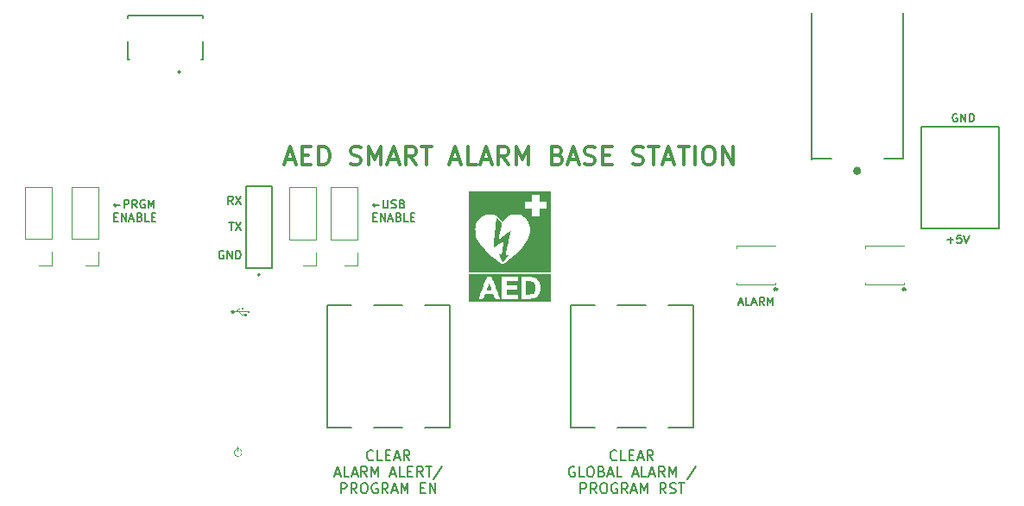
<source format=gto>
G04 #@! TF.GenerationSoftware,KiCad,Pcbnew,(6.0.7)*
G04 #@! TF.CreationDate,2023-03-18T00:07:20-06:00*
G04 #@! TF.ProjectId,Base Station,42617365-2053-4746-9174-696f6e2e6b69,1.2*
G04 #@! TF.SameCoordinates,Original*
G04 #@! TF.FileFunction,Legend,Top*
G04 #@! TF.FilePolarity,Positive*
%FSLAX46Y46*%
G04 Gerber Fmt 4.6, Leading zero omitted, Abs format (unit mm)*
G04 Created by KiCad (PCBNEW (6.0.7)) date 2023-03-18 00:07:20*
%MOMM*%
%LPD*%
G01*
G04 APERTURE LIST*
%ADD10C,0.150000*%
%ADD11C,0.300000*%
%ADD12C,0.120000*%
%ADD13C,0.127000*%
%ADD14C,0.400000*%
%ADD15C,0.200000*%
%ADD16C,0.000100*%
%ADD17C,7.000000*%
%ADD18R,0.495300X0.812800*%
%ADD19R,0.863600X0.812800*%
%ADD20R,1.193800X0.711200*%
%ADD21R,1.600000X1.550000*%
%ADD22O,5.000000X2.500000*%
%ADD23O,4.500000X2.250000*%
%ADD24R,0.400000X1.350000*%
%ADD25O,0.775000X1.550000*%
%ADD26O,1.300000X0.650000*%
%ADD27R,1.500000X1.550000*%
%ADD28R,1.605000X1.605000*%
%ADD29R,1.700000X1.700000*%
%ADD30O,1.700000X1.700000*%
%ADD31R,1.950000X1.950000*%
%ADD32C,1.950000*%
G04 APERTURE END LIST*
D10*
X140763809Y-121175142D02*
X140716190Y-121222761D01*
X140573333Y-121270380D01*
X140478095Y-121270380D01*
X140335238Y-121222761D01*
X140240000Y-121127523D01*
X140192380Y-121032285D01*
X140144761Y-120841809D01*
X140144761Y-120698952D01*
X140192380Y-120508476D01*
X140240000Y-120413238D01*
X140335238Y-120318000D01*
X140478095Y-120270380D01*
X140573333Y-120270380D01*
X140716190Y-120318000D01*
X140763809Y-120365619D01*
X141668571Y-121270380D02*
X141192380Y-121270380D01*
X141192380Y-120270380D01*
X142001904Y-120746571D02*
X142335238Y-120746571D01*
X142478095Y-121270380D02*
X142001904Y-121270380D01*
X142001904Y-120270380D01*
X142478095Y-120270380D01*
X142859047Y-120984666D02*
X143335238Y-120984666D01*
X142763809Y-121270380D02*
X143097142Y-120270380D01*
X143430476Y-121270380D01*
X144335238Y-121270380D02*
X144001904Y-120794190D01*
X143763809Y-121270380D02*
X143763809Y-120270380D01*
X144144761Y-120270380D01*
X144240000Y-120318000D01*
X144287619Y-120365619D01*
X144335238Y-120460857D01*
X144335238Y-120603714D01*
X144287619Y-120698952D01*
X144240000Y-120746571D01*
X144144761Y-120794190D01*
X143763809Y-120794190D01*
X137025714Y-122594666D02*
X137501904Y-122594666D01*
X136930476Y-122880380D02*
X137263809Y-121880380D01*
X137597142Y-122880380D01*
X138406666Y-122880380D02*
X137930476Y-122880380D01*
X137930476Y-121880380D01*
X138692380Y-122594666D02*
X139168571Y-122594666D01*
X138597142Y-122880380D02*
X138930476Y-121880380D01*
X139263809Y-122880380D01*
X140168571Y-122880380D02*
X139835238Y-122404190D01*
X139597142Y-122880380D02*
X139597142Y-121880380D01*
X139978095Y-121880380D01*
X140073333Y-121928000D01*
X140120952Y-121975619D01*
X140168571Y-122070857D01*
X140168571Y-122213714D01*
X140120952Y-122308952D01*
X140073333Y-122356571D01*
X139978095Y-122404190D01*
X139597142Y-122404190D01*
X140597142Y-122880380D02*
X140597142Y-121880380D01*
X140930476Y-122594666D01*
X141263809Y-121880380D01*
X141263809Y-122880380D01*
X142454285Y-122594666D02*
X142930476Y-122594666D01*
X142359047Y-122880380D02*
X142692380Y-121880380D01*
X143025714Y-122880380D01*
X143835238Y-122880380D02*
X143359047Y-122880380D01*
X143359047Y-121880380D01*
X144168571Y-122356571D02*
X144501904Y-122356571D01*
X144644761Y-122880380D02*
X144168571Y-122880380D01*
X144168571Y-121880380D01*
X144644761Y-121880380D01*
X145644761Y-122880380D02*
X145311428Y-122404190D01*
X145073333Y-122880380D02*
X145073333Y-121880380D01*
X145454285Y-121880380D01*
X145549523Y-121928000D01*
X145597142Y-121975619D01*
X145644761Y-122070857D01*
X145644761Y-122213714D01*
X145597142Y-122308952D01*
X145549523Y-122356571D01*
X145454285Y-122404190D01*
X145073333Y-122404190D01*
X145930476Y-121880380D02*
X146501904Y-121880380D01*
X146216190Y-122880380D02*
X146216190Y-121880380D01*
X147549523Y-121832761D02*
X146692380Y-123118476D01*
X137597142Y-124490380D02*
X137597142Y-123490380D01*
X137978095Y-123490380D01*
X138073333Y-123538000D01*
X138120952Y-123585619D01*
X138168571Y-123680857D01*
X138168571Y-123823714D01*
X138120952Y-123918952D01*
X138073333Y-123966571D01*
X137978095Y-124014190D01*
X137597142Y-124014190D01*
X139168571Y-124490380D02*
X138835238Y-124014190D01*
X138597142Y-124490380D02*
X138597142Y-123490380D01*
X138978095Y-123490380D01*
X139073333Y-123538000D01*
X139120952Y-123585619D01*
X139168571Y-123680857D01*
X139168571Y-123823714D01*
X139120952Y-123918952D01*
X139073333Y-123966571D01*
X138978095Y-124014190D01*
X138597142Y-124014190D01*
X139787619Y-123490380D02*
X139978095Y-123490380D01*
X140073333Y-123538000D01*
X140168571Y-123633238D01*
X140216190Y-123823714D01*
X140216190Y-124157047D01*
X140168571Y-124347523D01*
X140073333Y-124442761D01*
X139978095Y-124490380D01*
X139787619Y-124490380D01*
X139692380Y-124442761D01*
X139597142Y-124347523D01*
X139549523Y-124157047D01*
X139549523Y-123823714D01*
X139597142Y-123633238D01*
X139692380Y-123538000D01*
X139787619Y-123490380D01*
X141168571Y-123538000D02*
X141073333Y-123490380D01*
X140930476Y-123490380D01*
X140787619Y-123538000D01*
X140692380Y-123633238D01*
X140644761Y-123728476D01*
X140597142Y-123918952D01*
X140597142Y-124061809D01*
X140644761Y-124252285D01*
X140692380Y-124347523D01*
X140787619Y-124442761D01*
X140930476Y-124490380D01*
X141025714Y-124490380D01*
X141168571Y-124442761D01*
X141216190Y-124395142D01*
X141216190Y-124061809D01*
X141025714Y-124061809D01*
X142216190Y-124490380D02*
X141882857Y-124014190D01*
X141644761Y-124490380D02*
X141644761Y-123490380D01*
X142025714Y-123490380D01*
X142120952Y-123538000D01*
X142168571Y-123585619D01*
X142216190Y-123680857D01*
X142216190Y-123823714D01*
X142168571Y-123918952D01*
X142120952Y-123966571D01*
X142025714Y-124014190D01*
X141644761Y-124014190D01*
X142597142Y-124204666D02*
X143073333Y-124204666D01*
X142501904Y-124490380D02*
X142835238Y-123490380D01*
X143168571Y-124490380D01*
X143501904Y-124490380D02*
X143501904Y-123490380D01*
X143835238Y-124204666D01*
X144168571Y-123490380D01*
X144168571Y-124490380D01*
X145406666Y-123966571D02*
X145740000Y-123966571D01*
X145882857Y-124490380D02*
X145406666Y-124490380D01*
X145406666Y-123490380D01*
X145882857Y-123490380D01*
X146311428Y-124490380D02*
X146311428Y-123490380D01*
X146882857Y-124490380D01*
X146882857Y-123490380D01*
X197044880Y-99625142D02*
X197654404Y-99625142D01*
X197349642Y-99929904D02*
X197349642Y-99320380D01*
X198416309Y-99129904D02*
X198035357Y-99129904D01*
X197997261Y-99510857D01*
X198035357Y-99472761D01*
X198111547Y-99434666D01*
X198302023Y-99434666D01*
X198378214Y-99472761D01*
X198416309Y-99510857D01*
X198454404Y-99587047D01*
X198454404Y-99777523D01*
X198416309Y-99853714D01*
X198378214Y-99891809D01*
X198302023Y-99929904D01*
X198111547Y-99929904D01*
X198035357Y-99891809D01*
X197997261Y-99853714D01*
X198682976Y-99129904D02*
X198949642Y-99929904D01*
X199216309Y-99129904D01*
X176593714Y-105797333D02*
X176974666Y-105797333D01*
X176517523Y-106025904D02*
X176784190Y-105225904D01*
X177050857Y-106025904D01*
X177698476Y-106025904D02*
X177317523Y-106025904D01*
X177317523Y-105225904D01*
X177927047Y-105797333D02*
X178308000Y-105797333D01*
X177850857Y-106025904D02*
X178117523Y-105225904D01*
X178384190Y-106025904D01*
X179108000Y-106025904D02*
X178841333Y-105644952D01*
X178650857Y-106025904D02*
X178650857Y-105225904D01*
X178955619Y-105225904D01*
X179031809Y-105264000D01*
X179069904Y-105302095D01*
X179108000Y-105378285D01*
X179108000Y-105492571D01*
X179069904Y-105568761D01*
X179031809Y-105606857D01*
X178955619Y-105644952D01*
X178650857Y-105644952D01*
X179450857Y-106025904D02*
X179450857Y-105225904D01*
X179717523Y-105797333D01*
X179984190Y-105225904D01*
X179984190Y-106025904D01*
X198018476Y-87230000D02*
X197942285Y-87191904D01*
X197828000Y-87191904D01*
X197713714Y-87230000D01*
X197637523Y-87306190D01*
X197599428Y-87382380D01*
X197561333Y-87534761D01*
X197561333Y-87649047D01*
X197599428Y-87801428D01*
X197637523Y-87877619D01*
X197713714Y-87953809D01*
X197828000Y-87991904D01*
X197904190Y-87991904D01*
X198018476Y-87953809D01*
X198056571Y-87915714D01*
X198056571Y-87649047D01*
X197904190Y-87649047D01*
X198399428Y-87991904D02*
X198399428Y-87191904D01*
X198856571Y-87991904D01*
X198856571Y-87191904D01*
X199237523Y-87991904D02*
X199237523Y-87191904D01*
X199428000Y-87191904D01*
X199542285Y-87230000D01*
X199618476Y-87306190D01*
X199656571Y-87382380D01*
X199694666Y-87534761D01*
X199694666Y-87649047D01*
X199656571Y-87801428D01*
X199618476Y-87877619D01*
X199542285Y-87953809D01*
X199428000Y-87991904D01*
X199237523Y-87991904D01*
X115959500Y-96187142D02*
X115349976Y-96187142D01*
X115502357Y-96339523D02*
X115349976Y-96187142D01*
X115502357Y-96034761D01*
X116340452Y-96491904D02*
X116340452Y-95691904D01*
X116645214Y-95691904D01*
X116721404Y-95730000D01*
X116759500Y-95768095D01*
X116797595Y-95844285D01*
X116797595Y-95958571D01*
X116759500Y-96034761D01*
X116721404Y-96072857D01*
X116645214Y-96110952D01*
X116340452Y-96110952D01*
X117597595Y-96491904D02*
X117330928Y-96110952D01*
X117140452Y-96491904D02*
X117140452Y-95691904D01*
X117445214Y-95691904D01*
X117521404Y-95730000D01*
X117559500Y-95768095D01*
X117597595Y-95844285D01*
X117597595Y-95958571D01*
X117559500Y-96034761D01*
X117521404Y-96072857D01*
X117445214Y-96110952D01*
X117140452Y-96110952D01*
X118359500Y-95730000D02*
X118283309Y-95691904D01*
X118169023Y-95691904D01*
X118054738Y-95730000D01*
X117978547Y-95806190D01*
X117940452Y-95882380D01*
X117902357Y-96034761D01*
X117902357Y-96149047D01*
X117940452Y-96301428D01*
X117978547Y-96377619D01*
X118054738Y-96453809D01*
X118169023Y-96491904D01*
X118245214Y-96491904D01*
X118359500Y-96453809D01*
X118397595Y-96415714D01*
X118397595Y-96149047D01*
X118245214Y-96149047D01*
X118740452Y-96491904D02*
X118740452Y-95691904D01*
X119007119Y-96263333D01*
X119273785Y-95691904D01*
X119273785Y-96491904D01*
X115349976Y-97360857D02*
X115616642Y-97360857D01*
X115730928Y-97779904D02*
X115349976Y-97779904D01*
X115349976Y-96979904D01*
X115730928Y-96979904D01*
X116073785Y-97779904D02*
X116073785Y-96979904D01*
X116530928Y-97779904D01*
X116530928Y-96979904D01*
X116873785Y-97551333D02*
X117254738Y-97551333D01*
X116797595Y-97779904D02*
X117064261Y-96979904D01*
X117330928Y-97779904D01*
X117864261Y-97360857D02*
X117978547Y-97398952D01*
X118016642Y-97437047D01*
X118054738Y-97513238D01*
X118054738Y-97627523D01*
X118016642Y-97703714D01*
X117978547Y-97741809D01*
X117902357Y-97779904D01*
X117597595Y-97779904D01*
X117597595Y-96979904D01*
X117864261Y-96979904D01*
X117940452Y-97018000D01*
X117978547Y-97056095D01*
X118016642Y-97132285D01*
X118016642Y-97208476D01*
X117978547Y-97284666D01*
X117940452Y-97322761D01*
X117864261Y-97360857D01*
X117597595Y-97360857D01*
X118778547Y-97779904D02*
X118397595Y-97779904D01*
X118397595Y-96979904D01*
X119045214Y-97360857D02*
X119311880Y-97360857D01*
X119426166Y-97779904D02*
X119045214Y-97779904D01*
X119045214Y-96979904D01*
X119426166Y-96979904D01*
D11*
X132192285Y-91740000D02*
X133049428Y-91740000D01*
X132020857Y-92254285D02*
X132620857Y-90454285D01*
X133220857Y-92254285D01*
X133820857Y-91311428D02*
X134420857Y-91311428D01*
X134678000Y-92254285D02*
X133820857Y-92254285D01*
X133820857Y-90454285D01*
X134678000Y-90454285D01*
X135449428Y-92254285D02*
X135449428Y-90454285D01*
X135878000Y-90454285D01*
X136135142Y-90540000D01*
X136306571Y-90711428D01*
X136392285Y-90882857D01*
X136478000Y-91225714D01*
X136478000Y-91482857D01*
X136392285Y-91825714D01*
X136306571Y-91997142D01*
X136135142Y-92168571D01*
X135878000Y-92254285D01*
X135449428Y-92254285D01*
X138535142Y-92168571D02*
X138792285Y-92254285D01*
X139220857Y-92254285D01*
X139392285Y-92168571D01*
X139478000Y-92082857D01*
X139563714Y-91911428D01*
X139563714Y-91740000D01*
X139478000Y-91568571D01*
X139392285Y-91482857D01*
X139220857Y-91397142D01*
X138878000Y-91311428D01*
X138706571Y-91225714D01*
X138620857Y-91140000D01*
X138535142Y-90968571D01*
X138535142Y-90797142D01*
X138620857Y-90625714D01*
X138706571Y-90540000D01*
X138878000Y-90454285D01*
X139306571Y-90454285D01*
X139563714Y-90540000D01*
X140335142Y-92254285D02*
X140335142Y-90454285D01*
X140935142Y-91740000D01*
X141535142Y-90454285D01*
X141535142Y-92254285D01*
X142306571Y-91740000D02*
X143163714Y-91740000D01*
X142135142Y-92254285D02*
X142735142Y-90454285D01*
X143335142Y-92254285D01*
X144963714Y-92254285D02*
X144363714Y-91397142D01*
X143935142Y-92254285D02*
X143935142Y-90454285D01*
X144620857Y-90454285D01*
X144792285Y-90540000D01*
X144878000Y-90625714D01*
X144963714Y-90797142D01*
X144963714Y-91054285D01*
X144878000Y-91225714D01*
X144792285Y-91311428D01*
X144620857Y-91397142D01*
X143935142Y-91397142D01*
X145478000Y-90454285D02*
X146506571Y-90454285D01*
X145992285Y-92254285D02*
X145992285Y-90454285D01*
X148392285Y-91740000D02*
X149249428Y-91740000D01*
X148220857Y-92254285D02*
X148820857Y-90454285D01*
X149420857Y-92254285D01*
X150878000Y-92254285D02*
X150020857Y-92254285D01*
X150020857Y-90454285D01*
X151392285Y-91740000D02*
X152249428Y-91740000D01*
X151220857Y-92254285D02*
X151820857Y-90454285D01*
X152420857Y-92254285D01*
X154049428Y-92254285D02*
X153449428Y-91397142D01*
X153020857Y-92254285D02*
X153020857Y-90454285D01*
X153706571Y-90454285D01*
X153878000Y-90540000D01*
X153963714Y-90625714D01*
X154049428Y-90797142D01*
X154049428Y-91054285D01*
X153963714Y-91225714D01*
X153878000Y-91311428D01*
X153706571Y-91397142D01*
X153020857Y-91397142D01*
X154820857Y-92254285D02*
X154820857Y-90454285D01*
X155420857Y-91740000D01*
X156020857Y-90454285D01*
X156020857Y-92254285D01*
X158849428Y-91311428D02*
X159106571Y-91397142D01*
X159192285Y-91482857D01*
X159278000Y-91654285D01*
X159278000Y-91911428D01*
X159192285Y-92082857D01*
X159106571Y-92168571D01*
X158935142Y-92254285D01*
X158249428Y-92254285D01*
X158249428Y-90454285D01*
X158849428Y-90454285D01*
X159020857Y-90540000D01*
X159106571Y-90625714D01*
X159192285Y-90797142D01*
X159192285Y-90968571D01*
X159106571Y-91140000D01*
X159020857Y-91225714D01*
X158849428Y-91311428D01*
X158249428Y-91311428D01*
X159963714Y-91740000D02*
X160820857Y-91740000D01*
X159792285Y-92254285D02*
X160392285Y-90454285D01*
X160992285Y-92254285D01*
X161506571Y-92168571D02*
X161763714Y-92254285D01*
X162192285Y-92254285D01*
X162363714Y-92168571D01*
X162449428Y-92082857D01*
X162535142Y-91911428D01*
X162535142Y-91740000D01*
X162449428Y-91568571D01*
X162363714Y-91482857D01*
X162192285Y-91397142D01*
X161849428Y-91311428D01*
X161678000Y-91225714D01*
X161592285Y-91140000D01*
X161506571Y-90968571D01*
X161506571Y-90797142D01*
X161592285Y-90625714D01*
X161678000Y-90540000D01*
X161849428Y-90454285D01*
X162278000Y-90454285D01*
X162535142Y-90540000D01*
X163306571Y-91311428D02*
X163906571Y-91311428D01*
X164163714Y-92254285D02*
X163306571Y-92254285D01*
X163306571Y-90454285D01*
X164163714Y-90454285D01*
X166220857Y-92168571D02*
X166478000Y-92254285D01*
X166906571Y-92254285D01*
X167078000Y-92168571D01*
X167163714Y-92082857D01*
X167249428Y-91911428D01*
X167249428Y-91740000D01*
X167163714Y-91568571D01*
X167078000Y-91482857D01*
X166906571Y-91397142D01*
X166563714Y-91311428D01*
X166392285Y-91225714D01*
X166306571Y-91140000D01*
X166220857Y-90968571D01*
X166220857Y-90797142D01*
X166306571Y-90625714D01*
X166392285Y-90540000D01*
X166563714Y-90454285D01*
X166992285Y-90454285D01*
X167249428Y-90540000D01*
X167763714Y-90454285D02*
X168792285Y-90454285D01*
X168278000Y-92254285D02*
X168278000Y-90454285D01*
X169306571Y-91740000D02*
X170163714Y-91740000D01*
X169135142Y-92254285D02*
X169735142Y-90454285D01*
X170335142Y-92254285D01*
X170678000Y-90454285D02*
X171706571Y-90454285D01*
X171192285Y-92254285D02*
X171192285Y-90454285D01*
X172306571Y-92254285D02*
X172306571Y-90454285D01*
X173506571Y-90454285D02*
X173849428Y-90454285D01*
X174020857Y-90540000D01*
X174192285Y-90711428D01*
X174278000Y-91054285D01*
X174278000Y-91654285D01*
X174192285Y-91997142D01*
X174020857Y-92168571D01*
X173849428Y-92254285D01*
X173506571Y-92254285D01*
X173335142Y-92168571D01*
X173163714Y-91997142D01*
X173078000Y-91654285D01*
X173078000Y-91054285D01*
X173163714Y-90711428D01*
X173335142Y-90540000D01*
X173506571Y-90454285D01*
X175049428Y-92254285D02*
X175049428Y-90454285D01*
X176078000Y-92254285D01*
X176078000Y-90454285D01*
D10*
X126623261Y-97859904D02*
X127080404Y-97859904D01*
X126851833Y-98659904D02*
X126851833Y-97859904D01*
X127270880Y-97859904D02*
X127804214Y-98659904D01*
X127804214Y-97859904D02*
X127270880Y-98659904D01*
X126089928Y-100692000D02*
X126013738Y-100653904D01*
X125899452Y-100653904D01*
X125785166Y-100692000D01*
X125708976Y-100768190D01*
X125670880Y-100844380D01*
X125632785Y-100996761D01*
X125632785Y-101111047D01*
X125670880Y-101263428D01*
X125708976Y-101339619D01*
X125785166Y-101415809D01*
X125899452Y-101453904D01*
X125975642Y-101453904D01*
X126089928Y-101415809D01*
X126128023Y-101377714D01*
X126128023Y-101111047D01*
X125975642Y-101111047D01*
X126470880Y-101453904D02*
X126470880Y-100653904D01*
X126928023Y-101453904D01*
X126928023Y-100653904D01*
X127308976Y-101453904D02*
X127308976Y-100653904D01*
X127499452Y-100653904D01*
X127613738Y-100692000D01*
X127689928Y-100768190D01*
X127728023Y-100844380D01*
X127766119Y-100996761D01*
X127766119Y-101111047D01*
X127728023Y-101263428D01*
X127689928Y-101339619D01*
X127613738Y-101415809D01*
X127499452Y-101453904D01*
X127308976Y-101453904D01*
X141359500Y-96187142D02*
X140749976Y-96187142D01*
X140902357Y-96339523D02*
X140749976Y-96187142D01*
X140902357Y-96034761D01*
X141740452Y-95691904D02*
X141740452Y-96339523D01*
X141778547Y-96415714D01*
X141816642Y-96453809D01*
X141892833Y-96491904D01*
X142045214Y-96491904D01*
X142121404Y-96453809D01*
X142159500Y-96415714D01*
X142197595Y-96339523D01*
X142197595Y-95691904D01*
X142540452Y-96453809D02*
X142654738Y-96491904D01*
X142845214Y-96491904D01*
X142921404Y-96453809D01*
X142959500Y-96415714D01*
X142997595Y-96339523D01*
X142997595Y-96263333D01*
X142959500Y-96187142D01*
X142921404Y-96149047D01*
X142845214Y-96110952D01*
X142692833Y-96072857D01*
X142616642Y-96034761D01*
X142578547Y-95996666D01*
X142540452Y-95920476D01*
X142540452Y-95844285D01*
X142578547Y-95768095D01*
X142616642Y-95730000D01*
X142692833Y-95691904D01*
X142883309Y-95691904D01*
X142997595Y-95730000D01*
X143607119Y-96072857D02*
X143721404Y-96110952D01*
X143759500Y-96149047D01*
X143797595Y-96225238D01*
X143797595Y-96339523D01*
X143759500Y-96415714D01*
X143721404Y-96453809D01*
X143645214Y-96491904D01*
X143340452Y-96491904D01*
X143340452Y-95691904D01*
X143607119Y-95691904D01*
X143683309Y-95730000D01*
X143721404Y-95768095D01*
X143759500Y-95844285D01*
X143759500Y-95920476D01*
X143721404Y-95996666D01*
X143683309Y-96034761D01*
X143607119Y-96072857D01*
X143340452Y-96072857D01*
X140749976Y-97360857D02*
X141016642Y-97360857D01*
X141130928Y-97779904D02*
X140749976Y-97779904D01*
X140749976Y-96979904D01*
X141130928Y-96979904D01*
X141473785Y-97779904D02*
X141473785Y-96979904D01*
X141930928Y-97779904D01*
X141930928Y-96979904D01*
X142273785Y-97551333D02*
X142654738Y-97551333D01*
X142197595Y-97779904D02*
X142464261Y-96979904D01*
X142730928Y-97779904D01*
X143264261Y-97360857D02*
X143378547Y-97398952D01*
X143416642Y-97437047D01*
X143454738Y-97513238D01*
X143454738Y-97627523D01*
X143416642Y-97703714D01*
X143378547Y-97741809D01*
X143302357Y-97779904D01*
X142997595Y-97779904D01*
X142997595Y-96979904D01*
X143264261Y-96979904D01*
X143340452Y-97018000D01*
X143378547Y-97056095D01*
X143416642Y-97132285D01*
X143416642Y-97208476D01*
X143378547Y-97284666D01*
X143340452Y-97322761D01*
X143264261Y-97360857D01*
X142997595Y-97360857D01*
X144178547Y-97779904D02*
X143797595Y-97779904D01*
X143797595Y-96979904D01*
X144445214Y-97360857D02*
X144711880Y-97360857D01*
X144826166Y-97779904D02*
X144445214Y-97779904D01*
X144445214Y-96979904D01*
X144826166Y-96979904D01*
X164639809Y-121175142D02*
X164592190Y-121222761D01*
X164449333Y-121270380D01*
X164354095Y-121270380D01*
X164211238Y-121222761D01*
X164116000Y-121127523D01*
X164068380Y-121032285D01*
X164020761Y-120841809D01*
X164020761Y-120698952D01*
X164068380Y-120508476D01*
X164116000Y-120413238D01*
X164211238Y-120318000D01*
X164354095Y-120270380D01*
X164449333Y-120270380D01*
X164592190Y-120318000D01*
X164639809Y-120365619D01*
X165544571Y-121270380D02*
X165068380Y-121270380D01*
X165068380Y-120270380D01*
X165877904Y-120746571D02*
X166211238Y-120746571D01*
X166354095Y-121270380D02*
X165877904Y-121270380D01*
X165877904Y-120270380D01*
X166354095Y-120270380D01*
X166735047Y-120984666D02*
X167211238Y-120984666D01*
X166639809Y-121270380D02*
X166973142Y-120270380D01*
X167306476Y-121270380D01*
X168211238Y-121270380D02*
X167877904Y-120794190D01*
X167639809Y-121270380D02*
X167639809Y-120270380D01*
X168020761Y-120270380D01*
X168116000Y-120318000D01*
X168163619Y-120365619D01*
X168211238Y-120460857D01*
X168211238Y-120603714D01*
X168163619Y-120698952D01*
X168116000Y-120746571D01*
X168020761Y-120794190D01*
X167639809Y-120794190D01*
X160496952Y-121928000D02*
X160401714Y-121880380D01*
X160258857Y-121880380D01*
X160116000Y-121928000D01*
X160020761Y-122023238D01*
X159973142Y-122118476D01*
X159925523Y-122308952D01*
X159925523Y-122451809D01*
X159973142Y-122642285D01*
X160020761Y-122737523D01*
X160116000Y-122832761D01*
X160258857Y-122880380D01*
X160354095Y-122880380D01*
X160496952Y-122832761D01*
X160544571Y-122785142D01*
X160544571Y-122451809D01*
X160354095Y-122451809D01*
X161449333Y-122880380D02*
X160973142Y-122880380D01*
X160973142Y-121880380D01*
X161973142Y-121880380D02*
X162163619Y-121880380D01*
X162258857Y-121928000D01*
X162354095Y-122023238D01*
X162401714Y-122213714D01*
X162401714Y-122547047D01*
X162354095Y-122737523D01*
X162258857Y-122832761D01*
X162163619Y-122880380D01*
X161973142Y-122880380D01*
X161877904Y-122832761D01*
X161782666Y-122737523D01*
X161735047Y-122547047D01*
X161735047Y-122213714D01*
X161782666Y-122023238D01*
X161877904Y-121928000D01*
X161973142Y-121880380D01*
X163163619Y-122356571D02*
X163306476Y-122404190D01*
X163354095Y-122451809D01*
X163401714Y-122547047D01*
X163401714Y-122689904D01*
X163354095Y-122785142D01*
X163306476Y-122832761D01*
X163211238Y-122880380D01*
X162830285Y-122880380D01*
X162830285Y-121880380D01*
X163163619Y-121880380D01*
X163258857Y-121928000D01*
X163306476Y-121975619D01*
X163354095Y-122070857D01*
X163354095Y-122166095D01*
X163306476Y-122261333D01*
X163258857Y-122308952D01*
X163163619Y-122356571D01*
X162830285Y-122356571D01*
X163782666Y-122594666D02*
X164258857Y-122594666D01*
X163687428Y-122880380D02*
X164020761Y-121880380D01*
X164354095Y-122880380D01*
X165163619Y-122880380D02*
X164687428Y-122880380D01*
X164687428Y-121880380D01*
X166211238Y-122594666D02*
X166687428Y-122594666D01*
X166116000Y-122880380D02*
X166449333Y-121880380D01*
X166782666Y-122880380D01*
X167592190Y-122880380D02*
X167116000Y-122880380D01*
X167116000Y-121880380D01*
X167877904Y-122594666D02*
X168354095Y-122594666D01*
X167782666Y-122880380D02*
X168116000Y-121880380D01*
X168449333Y-122880380D01*
X169354095Y-122880380D02*
X169020761Y-122404190D01*
X168782666Y-122880380D02*
X168782666Y-121880380D01*
X169163619Y-121880380D01*
X169258857Y-121928000D01*
X169306476Y-121975619D01*
X169354095Y-122070857D01*
X169354095Y-122213714D01*
X169306476Y-122308952D01*
X169258857Y-122356571D01*
X169163619Y-122404190D01*
X168782666Y-122404190D01*
X169782666Y-122880380D02*
X169782666Y-121880380D01*
X170116000Y-122594666D01*
X170449333Y-121880380D01*
X170449333Y-122880380D01*
X172401714Y-121832761D02*
X171544571Y-123118476D01*
X161092190Y-124490380D02*
X161092190Y-123490380D01*
X161473142Y-123490380D01*
X161568380Y-123538000D01*
X161616000Y-123585619D01*
X161663619Y-123680857D01*
X161663619Y-123823714D01*
X161616000Y-123918952D01*
X161568380Y-123966571D01*
X161473142Y-124014190D01*
X161092190Y-124014190D01*
X162663619Y-124490380D02*
X162330285Y-124014190D01*
X162092190Y-124490380D02*
X162092190Y-123490380D01*
X162473142Y-123490380D01*
X162568380Y-123538000D01*
X162616000Y-123585619D01*
X162663619Y-123680857D01*
X162663619Y-123823714D01*
X162616000Y-123918952D01*
X162568380Y-123966571D01*
X162473142Y-124014190D01*
X162092190Y-124014190D01*
X163282666Y-123490380D02*
X163473142Y-123490380D01*
X163568380Y-123538000D01*
X163663619Y-123633238D01*
X163711238Y-123823714D01*
X163711238Y-124157047D01*
X163663619Y-124347523D01*
X163568380Y-124442761D01*
X163473142Y-124490380D01*
X163282666Y-124490380D01*
X163187428Y-124442761D01*
X163092190Y-124347523D01*
X163044571Y-124157047D01*
X163044571Y-123823714D01*
X163092190Y-123633238D01*
X163187428Y-123538000D01*
X163282666Y-123490380D01*
X164663619Y-123538000D02*
X164568380Y-123490380D01*
X164425523Y-123490380D01*
X164282666Y-123538000D01*
X164187428Y-123633238D01*
X164139809Y-123728476D01*
X164092190Y-123918952D01*
X164092190Y-124061809D01*
X164139809Y-124252285D01*
X164187428Y-124347523D01*
X164282666Y-124442761D01*
X164425523Y-124490380D01*
X164520761Y-124490380D01*
X164663619Y-124442761D01*
X164711238Y-124395142D01*
X164711238Y-124061809D01*
X164520761Y-124061809D01*
X165711238Y-124490380D02*
X165377904Y-124014190D01*
X165139809Y-124490380D02*
X165139809Y-123490380D01*
X165520761Y-123490380D01*
X165616000Y-123538000D01*
X165663619Y-123585619D01*
X165711238Y-123680857D01*
X165711238Y-123823714D01*
X165663619Y-123918952D01*
X165616000Y-123966571D01*
X165520761Y-124014190D01*
X165139809Y-124014190D01*
X166092190Y-124204666D02*
X166568380Y-124204666D01*
X165996952Y-124490380D02*
X166330285Y-123490380D01*
X166663619Y-124490380D01*
X166996952Y-124490380D02*
X166996952Y-123490380D01*
X167330285Y-124204666D01*
X167663619Y-123490380D01*
X167663619Y-124490380D01*
X169473142Y-124490380D02*
X169139809Y-124014190D01*
X168901714Y-124490380D02*
X168901714Y-123490380D01*
X169282666Y-123490380D01*
X169377904Y-123538000D01*
X169425523Y-123585619D01*
X169473142Y-123680857D01*
X169473142Y-123823714D01*
X169425523Y-123918952D01*
X169377904Y-123966571D01*
X169282666Y-124014190D01*
X168901714Y-124014190D01*
X169854095Y-124442761D02*
X169996952Y-124490380D01*
X170235047Y-124490380D01*
X170330285Y-124442761D01*
X170377904Y-124395142D01*
X170425523Y-124299904D01*
X170425523Y-124204666D01*
X170377904Y-124109428D01*
X170330285Y-124061809D01*
X170235047Y-124014190D01*
X170044571Y-123966571D01*
X169949333Y-123918952D01*
X169901714Y-123871333D01*
X169854095Y-123776095D01*
X169854095Y-123680857D01*
X169901714Y-123585619D01*
X169949333Y-123538000D01*
X170044571Y-123490380D01*
X170282666Y-123490380D01*
X170425523Y-123538000D01*
X170711238Y-123490380D02*
X171282666Y-123490380D01*
X170996952Y-124490380D02*
X170996952Y-123490380D01*
X127004214Y-96119904D02*
X126737547Y-95738952D01*
X126547071Y-96119904D02*
X126547071Y-95319904D01*
X126851833Y-95319904D01*
X126928023Y-95358000D01*
X126966119Y-95396095D01*
X127004214Y-95472285D01*
X127004214Y-95586571D01*
X126966119Y-95662761D01*
X126928023Y-95700857D01*
X126851833Y-95738952D01*
X126547071Y-95738952D01*
X127270880Y-95319904D02*
X127804214Y-96119904D01*
X127804214Y-95319904D02*
X127270880Y-96119904D01*
X192834100Y-104259505D02*
X192834100Y-104449981D01*
X192643623Y-104373791D02*
X192834100Y-104449981D01*
X193024576Y-104373791D01*
X192719814Y-104602362D02*
X192834100Y-104449981D01*
X192948385Y-104602362D01*
X180224100Y-104259505D02*
X180224100Y-104449981D01*
X180033623Y-104373791D02*
X180224100Y-104449981D01*
X180414576Y-104373791D01*
X180109814Y-104602362D02*
X180224100Y-104449981D01*
X180338385Y-104602362D01*
D12*
X189038400Y-100212401D02*
X189038400Y-100403660D01*
X189038400Y-103780342D02*
X189038400Y-103971601D01*
X192797600Y-100212401D02*
X189038400Y-100212401D01*
X192797600Y-103971601D02*
X192797600Y-103780342D01*
X189038400Y-103971601D02*
X192797600Y-103971601D01*
D13*
X148240000Y-118014000D02*
X145853500Y-118014000D01*
X136240000Y-106014000D02*
X136240000Y-118014000D01*
X148240000Y-118014000D02*
X148240000Y-106014000D01*
X143626500Y-118014000D02*
X140853500Y-118014000D01*
X136240000Y-118014000D02*
X138626500Y-118014000D01*
X143626500Y-106014000D02*
X140853500Y-106014000D01*
X148240000Y-106014000D02*
X145853500Y-106014000D01*
X136240000Y-106014000D02*
X138626500Y-106014000D01*
G36*
X127422654Y-120097570D02*
G01*
X127431505Y-120101945D01*
X127438876Y-120108616D01*
X127440477Y-120110726D01*
X127443294Y-120115246D01*
X127444815Y-120119399D01*
X127445419Y-120124575D01*
X127445500Y-120129181D01*
X127445259Y-120135967D01*
X127444306Y-120140829D01*
X127442287Y-120145159D01*
X127440919Y-120147331D01*
X127438316Y-120151004D01*
X127435615Y-120153971D01*
X127432293Y-120156519D01*
X127427825Y-120158937D01*
X127421689Y-120161512D01*
X127413361Y-120164532D01*
X127403645Y-120167841D01*
X127372317Y-120180012D01*
X127343032Y-120194801D01*
X127315760Y-120212233D01*
X127290475Y-120232328D01*
X127267148Y-120255111D01*
X127245751Y-120280604D01*
X127226257Y-120308830D01*
X127221866Y-120316000D01*
X127206277Y-120345181D01*
X127193844Y-120375362D01*
X127184547Y-120406617D01*
X127178363Y-120439021D01*
X127175270Y-120472649D01*
X127175164Y-120475166D01*
X127175444Y-120509287D01*
X127178898Y-120542691D01*
X127185450Y-120575206D01*
X127195026Y-120606663D01*
X127207550Y-120636890D01*
X127222950Y-120665716D01*
X127241148Y-120692971D01*
X127262071Y-120718484D01*
X127285644Y-120742085D01*
X127296128Y-120751228D01*
X127322911Y-120771595D01*
X127350912Y-120788859D01*
X127380124Y-120803019D01*
X127410545Y-120814072D01*
X127442169Y-120822016D01*
X127474991Y-120826851D01*
X127484343Y-120827643D01*
X127517567Y-120828386D01*
X127550259Y-120825885D01*
X127582244Y-120820207D01*
X127613346Y-120811422D01*
X127643391Y-120799599D01*
X127672203Y-120784808D01*
X127699606Y-120767117D01*
X127725425Y-120746595D01*
X127749485Y-120723311D01*
X127749638Y-120723148D01*
X127771265Y-120697801D01*
X127789953Y-120671013D01*
X127805759Y-120642671D01*
X127818739Y-120612659D01*
X127828951Y-120580863D01*
X127836450Y-120547169D01*
X127836509Y-120546833D01*
X127838276Y-120534074D01*
X127839551Y-120519101D01*
X127840327Y-120502762D01*
X127840596Y-120485904D01*
X127840352Y-120469377D01*
X127839588Y-120454027D01*
X127838295Y-120440703D01*
X127837465Y-120435166D01*
X127830075Y-120401558D01*
X127819802Y-120369552D01*
X127806569Y-120338950D01*
X127790297Y-120309551D01*
X127785037Y-120301280D01*
X127765217Y-120273905D01*
X127743327Y-120249141D01*
X127719385Y-120227003D01*
X127693408Y-120207503D01*
X127665413Y-120190656D01*
X127635418Y-120176474D01*
X127612354Y-120167841D01*
X127601626Y-120164179D01*
X127593558Y-120161220D01*
X127587626Y-120158676D01*
X127583306Y-120156258D01*
X127580074Y-120153679D01*
X127577409Y-120150650D01*
X127575080Y-120147331D01*
X127572460Y-120142783D01*
X127571064Y-120138336D01*
X127570543Y-120132599D01*
X127570500Y-120129181D01*
X127570708Y-120122584D01*
X127571587Y-120117919D01*
X127573513Y-120113796D01*
X127575522Y-120110726D01*
X127582337Y-120103526D01*
X127590884Y-120098487D01*
X127600226Y-120096116D01*
X127602741Y-120096000D01*
X127609860Y-120096814D01*
X127619360Y-120099124D01*
X127630753Y-120102726D01*
X127643551Y-120107418D01*
X127657268Y-120112996D01*
X127671414Y-120119258D01*
X127685502Y-120126002D01*
X127699045Y-120133025D01*
X127711554Y-120140124D01*
X127717019Y-120143481D01*
X127746563Y-120164028D01*
X127774114Y-120186973D01*
X127799472Y-120212083D01*
X127822437Y-120239125D01*
X127842809Y-120267866D01*
X127860387Y-120298070D01*
X127873602Y-120326192D01*
X127886879Y-120361947D01*
X127896885Y-120397986D01*
X127903611Y-120434218D01*
X127907048Y-120470553D01*
X127907186Y-120506902D01*
X127904014Y-120543175D01*
X127899649Y-120569333D01*
X127890846Y-120605096D01*
X127879123Y-120639504D01*
X127864607Y-120672410D01*
X127847429Y-120703664D01*
X127827716Y-120733118D01*
X127805598Y-120760625D01*
X127781203Y-120786036D01*
X127754660Y-120809202D01*
X127726098Y-120829975D01*
X127695646Y-120848207D01*
X127663432Y-120863750D01*
X127634240Y-120874913D01*
X127612643Y-120881735D01*
X127592599Y-120886956D01*
X127573094Y-120890747D01*
X127553111Y-120893281D01*
X127531637Y-120894730D01*
X127514666Y-120895199D01*
X127503756Y-120895319D01*
X127493706Y-120895364D01*
X127485089Y-120895337D01*
X127478481Y-120895239D01*
X127474456Y-120895074D01*
X127473833Y-120895010D01*
X127469773Y-120894456D01*
X127463628Y-120893633D01*
X127456618Y-120892703D01*
X127455500Y-120892556D01*
X127421425Y-120886416D01*
X127387792Y-120877104D01*
X127354918Y-120864775D01*
X127323121Y-120849589D01*
X127292716Y-120831704D01*
X127264022Y-120811276D01*
X127237355Y-120788464D01*
X127228000Y-120779385D01*
X127203267Y-120752196D01*
X127181206Y-120723060D01*
X127161879Y-120692105D01*
X127145348Y-120659457D01*
X127131673Y-120625243D01*
X127120917Y-120589590D01*
X127113142Y-120552626D01*
X127111127Y-120539333D01*
X127110071Y-120528734D01*
X127109380Y-120515674D01*
X127109047Y-120501004D01*
X127109067Y-120485573D01*
X127109431Y-120470234D01*
X127110132Y-120455837D01*
X127111165Y-120443233D01*
X127111949Y-120436833D01*
X127118967Y-120398893D01*
X127128858Y-120362592D01*
X127141611Y-120327963D01*
X127157214Y-120295036D01*
X127175655Y-120263845D01*
X127175964Y-120263374D01*
X127195051Y-120237041D01*
X127216945Y-120211691D01*
X127241156Y-120187802D01*
X127267196Y-120165849D01*
X127294577Y-120146308D01*
X127298980Y-120143481D01*
X127310823Y-120136417D01*
X127323933Y-120129333D01*
X127337822Y-120122431D01*
X127352001Y-120115913D01*
X127365984Y-120109983D01*
X127379281Y-120104843D01*
X127391406Y-120100695D01*
X127401871Y-120097743D01*
X127410187Y-120096189D01*
X127413258Y-120095999D01*
X127422654Y-120097570D01*
G37*
G36*
X127514602Y-119897030D02*
G01*
X127519233Y-119897864D01*
X127523242Y-119899701D01*
X127526478Y-119901833D01*
X127531628Y-119906428D01*
X127536184Y-119912070D01*
X127537455Y-119914178D01*
X127541333Y-119921524D01*
X127541333Y-120403809D01*
X127537455Y-120411154D01*
X127531460Y-120419295D01*
X127523638Y-120425146D01*
X127514637Y-120428498D01*
X127505104Y-120429139D01*
X127495687Y-120426861D01*
X127493000Y-120425586D01*
X127487352Y-120421634D01*
X127482053Y-120416456D01*
X127480500Y-120414478D01*
X127475500Y-120407380D01*
X127475066Y-120164483D01*
X127474633Y-119921586D01*
X127478528Y-119914209D01*
X127482398Y-119908652D01*
X127487521Y-119903404D01*
X127489521Y-119901833D01*
X127493914Y-119899054D01*
X127497963Y-119897540D01*
X127503018Y-119896925D01*
X127508000Y-119896833D01*
X127514602Y-119897030D01*
G37*
X192714000Y-77292200D02*
X192714000Y-91636000D01*
X192714000Y-91636000D02*
X190864000Y-91636000D01*
X183714000Y-91686800D02*
X183714000Y-77292200D01*
X185664000Y-91636000D02*
X183714000Y-91636000D01*
D14*
X188414000Y-92836000D02*
G75*
G03*
X188414000Y-92836000I-200000J0D01*
G01*
D13*
X160116000Y-106014000D02*
X160116000Y-118014000D01*
X172116000Y-106014000D02*
X169729500Y-106014000D01*
X172116000Y-118014000D02*
X169729500Y-118014000D01*
X164729500Y-118014000D02*
X167502500Y-118014000D01*
X164729500Y-106014000D02*
X167502500Y-106014000D01*
X172116000Y-118014000D02*
X172116000Y-106014000D01*
X160116000Y-106014000D02*
X162502500Y-106014000D01*
X160116000Y-118014000D02*
X162502500Y-118014000D01*
G36*
X155987218Y-103662525D02*
G01*
X156197266Y-103674340D01*
X156361043Y-103711490D01*
X156484482Y-103777033D01*
X156573521Y-103874032D01*
X156630325Y-103994181D01*
X156665524Y-104152993D01*
X156675757Y-104333157D01*
X156661547Y-104511599D01*
X156623413Y-104665245D01*
X156614685Y-104687015D01*
X156551951Y-104800993D01*
X156471311Y-104881499D01*
X156363454Y-104933097D01*
X156219067Y-104960348D01*
X156041484Y-104967841D01*
X155767273Y-104967841D01*
X155767273Y-103662367D01*
X155987218Y-103662525D01*
G37*
G36*
X158179564Y-94807841D02*
G01*
X158179564Y-102810970D01*
X150176436Y-102810970D01*
X150176436Y-98552858D01*
X150777050Y-98552858D01*
X150781553Y-98747816D01*
X150795601Y-98941138D01*
X150818391Y-99113783D01*
X150841466Y-99220914D01*
X150929456Y-99462877D01*
X151064351Y-99724430D01*
X151242020Y-100000322D01*
X151458331Y-100285302D01*
X151709154Y-100574119D01*
X151990359Y-100861522D01*
X152297814Y-101142260D01*
X152460062Y-101278461D01*
X152571986Y-101368213D01*
X152701132Y-101469241D01*
X152839889Y-101575871D01*
X152980647Y-101682432D01*
X153115793Y-101783254D01*
X153237717Y-101872664D01*
X153338809Y-101944991D01*
X153411458Y-101994563D01*
X153448052Y-102015709D01*
X153449896Y-102016079D01*
X153481525Y-102000573D01*
X153548329Y-101958443D01*
X153639696Y-101896609D01*
X153719504Y-101840353D01*
X154208543Y-101473117D01*
X154641647Y-101112187D01*
X155018679Y-100757685D01*
X155339501Y-100409733D01*
X155375323Y-100367092D01*
X155592977Y-100093472D01*
X155768258Y-99844786D01*
X155904762Y-99612683D01*
X156006091Y-99388810D01*
X156075842Y-99164812D01*
X156117615Y-98932337D01*
X156135009Y-98683033D01*
X156136013Y-98601560D01*
X156133438Y-98442966D01*
X156123588Y-98320236D01*
X156103627Y-98212648D01*
X156070722Y-98099481D01*
X156064986Y-98082208D01*
X156015685Y-97944253D01*
X155967756Y-97837535D01*
X155909610Y-97741523D01*
X155829658Y-97635684D01*
X155776325Y-97570795D01*
X155596237Y-97396039D01*
X155374939Y-97250083D01*
X155185486Y-97163022D01*
X155013025Y-97117312D01*
X154810283Y-97095212D01*
X154598369Y-97096712D01*
X154398390Y-97121804D01*
X154248949Y-97163429D01*
X153989011Y-97287522D01*
X153771512Y-97444977D01*
X153589587Y-97641038D01*
X153546707Y-97699788D01*
X153459869Y-97824695D01*
X153400606Y-97742357D01*
X153221158Y-97532417D01*
X153011858Y-97354716D01*
X152784444Y-97218014D01*
X152599436Y-97144685D01*
X152393129Y-97103476D01*
X152163913Y-97093333D01*
X151934468Y-97113504D01*
X151727472Y-97163239D01*
X151696208Y-97174557D01*
X151445457Y-97299937D01*
X151226517Y-97468646D01*
X151044685Y-97674424D01*
X150905255Y-97911010D01*
X150813523Y-98172144D01*
X150799889Y-98234197D01*
X150782894Y-98375304D01*
X150777050Y-98552858D01*
X150176436Y-98552858D01*
X150176436Y-96567394D01*
X155652007Y-96567394D01*
X156363251Y-96567394D01*
X156363251Y-97276892D01*
X157072748Y-97276892D01*
X157072748Y-96567394D01*
X157783993Y-96567394D01*
X157776024Y-96219741D01*
X157768056Y-95872087D01*
X157420402Y-95864119D01*
X157072748Y-95856150D01*
X157072748Y-95176780D01*
X156363251Y-95176780D01*
X156363251Y-95856150D01*
X156015598Y-95864119D01*
X155667944Y-95872087D01*
X155659975Y-96219741D01*
X155652007Y-96567394D01*
X150176436Y-96567394D01*
X150176436Y-94807841D01*
X158179564Y-94807841D01*
G37*
G36*
X152146028Y-103871738D02*
G01*
X152176496Y-103932395D01*
X152215936Y-104027946D01*
X152260084Y-104148841D01*
X152261225Y-104152146D01*
X152305371Y-104280133D01*
X152343299Y-104389993D01*
X152370855Y-104469707D01*
X152383684Y-104506668D01*
X152375102Y-104524243D01*
X152329746Y-104535323D01*
X152240489Y-104540924D01*
X152134648Y-104542143D01*
X152012114Y-104541222D01*
X151936668Y-104537132D01*
X151898648Y-104527885D01*
X151888394Y-104511490D01*
X151893450Y-104492478D01*
X151910803Y-104445707D01*
X151941476Y-104359031D01*
X151980603Y-104246310D01*
X152010057Y-104160383D01*
X152051987Y-104041344D01*
X152089301Y-103942503D01*
X152117186Y-103876223D01*
X152128796Y-103855525D01*
X152146028Y-103871738D01*
G37*
G36*
X152902687Y-97466967D02*
G01*
X152967823Y-97519470D01*
X153049278Y-97594349D01*
X153136707Y-97681274D01*
X153219765Y-97769916D01*
X153288110Y-97849944D01*
X153331395Y-97911028D01*
X153334540Y-97916840D01*
X153347207Y-97945147D01*
X153355034Y-97977027D01*
X153357098Y-98019346D01*
X153352471Y-98078971D01*
X153340230Y-98162770D01*
X153319448Y-98277609D01*
X153289201Y-98430354D01*
X153248563Y-98627874D01*
X153220727Y-98761540D01*
X153179752Y-98961186D01*
X153143890Y-99142314D01*
X153114481Y-99297616D01*
X153092868Y-99419780D01*
X153080392Y-99501497D01*
X153078394Y-99535456D01*
X153078631Y-99535810D01*
X153105008Y-99524279D01*
X153170743Y-99483387D01*
X153269495Y-99417438D01*
X153394924Y-99330733D01*
X153540689Y-99227577D01*
X153667567Y-99136180D01*
X153824923Y-99022885D01*
X153966851Y-98922435D01*
X154087035Y-98839159D01*
X154179163Y-98777384D01*
X154236919Y-98741436D01*
X154254134Y-98734180D01*
X154252107Y-98764557D01*
X154239049Y-98842501D01*
X154216490Y-98960225D01*
X154185958Y-99109943D01*
X154148984Y-99283870D01*
X154121358Y-99410116D01*
X154065898Y-99661129D01*
X154010972Y-99910386D01*
X153957931Y-100151696D01*
X153908127Y-100378867D01*
X153862912Y-100585711D01*
X153823638Y-100766035D01*
X153791656Y-100913651D01*
X153768318Y-101022367D01*
X153754976Y-101085994D01*
X153752301Y-101100312D01*
X153777847Y-101104800D01*
X153843159Y-101107647D01*
X153894201Y-101108177D01*
X153975170Y-101111060D01*
X154026545Y-101118434D01*
X154036100Y-101124199D01*
X154018073Y-101149836D01*
X153968510Y-101209457D01*
X153894192Y-101295166D01*
X153801897Y-101399070D01*
X153761903Y-101443473D01*
X153662426Y-101553551D01*
X153575974Y-101649329D01*
X153509979Y-101722564D01*
X153471876Y-101765011D01*
X153466330Y-101771270D01*
X153440821Y-101766389D01*
X153406901Y-101721875D01*
X153402953Y-101714510D01*
X153373159Y-101651431D01*
X153329853Y-101553189D01*
X153280690Y-101437287D01*
X153261948Y-101391975D01*
X153211514Y-101269793D01*
X153163381Y-101154382D01*
X153125714Y-101065284D01*
X153116668Y-101044287D01*
X153070394Y-100937828D01*
X153212697Y-100991899D01*
X153293847Y-101018455D01*
X153351025Y-101029177D01*
X153367637Y-101025522D01*
X153376099Y-100990793D01*
X153389917Y-100910343D01*
X153407815Y-100793762D01*
X153428517Y-100650643D01*
X153450750Y-100490576D01*
X153473236Y-100323152D01*
X153494702Y-100157962D01*
X153513872Y-100004598D01*
X153529471Y-99872649D01*
X153540223Y-99771709D01*
X153544853Y-99711367D01*
X153544078Y-99698538D01*
X153518195Y-99710372D01*
X153453457Y-99751010D01*
X153356826Y-99815759D01*
X153235269Y-99899925D01*
X153095749Y-99998813D01*
X153052679Y-100029750D01*
X152888915Y-100146790D01*
X152765225Y-100232660D01*
X152676433Y-100290457D01*
X152617365Y-100323279D01*
X152582847Y-100334225D01*
X152567703Y-100326391D01*
X152566186Y-100320982D01*
X152566400Y-100277098D01*
X152571949Y-100186459D01*
X152582062Y-100058741D01*
X152595968Y-99903618D01*
X152612895Y-99730768D01*
X152614410Y-99715950D01*
X152632446Y-99536468D01*
X152654159Y-99314666D01*
X152678190Y-99064759D01*
X152703182Y-98800963D01*
X152727778Y-98537494D01*
X152749067Y-98305663D01*
X152773154Y-98047671D01*
X152793848Y-97841995D01*
X152811727Y-97684331D01*
X152827368Y-97570373D01*
X152841349Y-97495818D01*
X152854248Y-97456360D01*
X152864214Y-97447171D01*
X152902687Y-97466967D01*
G37*
G36*
X158179564Y-102981249D02*
G01*
X158179564Y-105677339D01*
X150176436Y-105677339D01*
X150176436Y-105393540D01*
X153354300Y-105393540D01*
X154972637Y-105393540D01*
X155284815Y-105393540D01*
X155806854Y-105393540D01*
X156002112Y-105392710D01*
X156151692Y-105389609D01*
X156266660Y-105383323D01*
X156358083Y-105372934D01*
X156437027Y-105357526D01*
X156514557Y-105336185D01*
X156519986Y-105334517D01*
X156720684Y-105244501D01*
X156887169Y-105109330D01*
X157018609Y-104929754D01*
X157060675Y-104846782D01*
X157100364Y-104750365D01*
X157126161Y-104659045D01*
X157141840Y-104553619D01*
X157151170Y-104414885D01*
X157152745Y-104378010D01*
X157156350Y-104229305D01*
X157151817Y-104116337D01*
X157136900Y-104018390D01*
X157109352Y-103914746D01*
X157098903Y-103881362D01*
X157054228Y-103759148D01*
X157002347Y-103664419D01*
X156928292Y-103572916D01*
X156873403Y-103515895D01*
X156791497Y-103438171D01*
X156713336Y-103377521D01*
X156630240Y-103331645D01*
X156533525Y-103298245D01*
X156414509Y-103275020D01*
X156264512Y-103259671D01*
X156074850Y-103249898D01*
X155845318Y-103243582D01*
X155284815Y-103231536D01*
X155284815Y-105393540D01*
X154972637Y-105393540D01*
X154972637Y-104967841D01*
X153837441Y-104967841D01*
X153837441Y-104485383D01*
X154859117Y-104485383D01*
X154859117Y-104088065D01*
X153837441Y-104088065D01*
X153837441Y-103662367D01*
X154944257Y-103662367D01*
X154944257Y-103235770D01*
X153369173Y-103250858D01*
X153361737Y-104322199D01*
X153354300Y-105393540D01*
X150176436Y-105393540D01*
X150176436Y-105359213D01*
X151113001Y-105359213D01*
X151127993Y-105377774D01*
X151178463Y-105387544D01*
X151272596Y-105389515D01*
X151347106Y-105387592D01*
X151581240Y-105379350D01*
X151662500Y-105145216D01*
X151743759Y-104911082D01*
X152525536Y-104911082D01*
X152688056Y-105379350D01*
X152936380Y-105387550D01*
X153047093Y-105389623D01*
X153132384Y-105388206D01*
X153179426Y-105383652D01*
X153184704Y-105380753D01*
X153175045Y-105348665D01*
X153149738Y-105279049D01*
X153114694Y-105188084D01*
X153087201Y-105116762D01*
X153043113Y-105000490D01*
X152985537Y-104847547D01*
X152917580Y-104666216D01*
X152842350Y-104464775D01*
X152762954Y-104251506D01*
X152733867Y-104173205D01*
X152656755Y-103965585D01*
X152585461Y-103773798D01*
X152522529Y-103604668D01*
X152470498Y-103465021D01*
X152431913Y-103361681D01*
X152409313Y-103301473D01*
X152404901Y-103289928D01*
X152384327Y-103266268D01*
X152337990Y-103251273D01*
X152255051Y-103242807D01*
X152147086Y-103239136D01*
X152029659Y-103237885D01*
X151956319Y-103241692D01*
X151914436Y-103253403D01*
X151891380Y-103275864D01*
X151879727Y-103299396D01*
X151852637Y-103366234D01*
X151810735Y-103473759D01*
X151756662Y-103614881D01*
X151693058Y-103782509D01*
X151622562Y-103969550D01*
X151547814Y-104168914D01*
X151471453Y-104373509D01*
X151396119Y-104576244D01*
X151324451Y-104770027D01*
X151259090Y-104947767D01*
X151202674Y-105102373D01*
X151157844Y-105226753D01*
X151127239Y-105313816D01*
X151113499Y-105356470D01*
X151113001Y-105359213D01*
X150176436Y-105359213D01*
X150176436Y-102981249D01*
X158179564Y-102981249D01*
G37*
X116696000Y-81867500D02*
X116696000Y-80112500D01*
X116696000Y-77837500D02*
X116696000Y-77567500D01*
X124096000Y-81867500D02*
X123916000Y-81867500D01*
X116696000Y-81867500D02*
X116876000Y-81867500D01*
X124096000Y-77567500D02*
X124096000Y-77837500D01*
X124096000Y-77567500D02*
X116696000Y-77567500D01*
X124096000Y-81867500D02*
X124096000Y-80112500D01*
D15*
X121846000Y-83117500D02*
G75*
G03*
X121846000Y-83117500I-100000J0D01*
G01*
D13*
X130810000Y-94361000D02*
X128270000Y-94361000D01*
X128270000Y-94361000D02*
X128270000Y-102341800D01*
X128270000Y-102358000D02*
X130810000Y-102358000D01*
X130810000Y-102358000D02*
X130810000Y-94361000D01*
D15*
X129640000Y-103028000D02*
G75*
G03*
X129640000Y-103028000I-100000J0D01*
G01*
G36*
X127999897Y-106261817D02*
G01*
X128016697Y-106267818D01*
X128032222Y-106276540D01*
X128046105Y-106287755D01*
X128057979Y-106301232D01*
X128067477Y-106316743D01*
X128074233Y-106334058D01*
X128077879Y-106352949D01*
X128078426Y-106363934D01*
X128076551Y-106383555D01*
X128071136Y-106402138D01*
X128062498Y-106419277D01*
X128050951Y-106434567D01*
X128036810Y-106447602D01*
X128020392Y-106457977D01*
X128002011Y-106465286D01*
X127998922Y-106466141D01*
X127980408Y-106469066D01*
X127961775Y-106468485D01*
X127943562Y-106464640D01*
X127926308Y-106457775D01*
X127910552Y-106448134D01*
X127896832Y-106435959D01*
X127885689Y-106421494D01*
X127880955Y-106412864D01*
X127874312Y-106398952D01*
X127782509Y-106398871D01*
X127759418Y-106398865D01*
X127739852Y-106398916D01*
X127723430Y-106399060D01*
X127709771Y-106399336D01*
X127698494Y-106399780D01*
X127689217Y-106400430D01*
X127681560Y-106401322D01*
X127675141Y-106402494D01*
X127669579Y-106403983D01*
X127664493Y-106405826D01*
X127659502Y-106408060D01*
X127654224Y-106410724D01*
X127652668Y-106411538D01*
X127645272Y-106415719D01*
X127638429Y-106420090D01*
X127633620Y-106423701D01*
X127631335Y-106425954D01*
X127626593Y-106430818D01*
X127619618Y-106438059D01*
X127610630Y-106447446D01*
X127599852Y-106458743D01*
X127587506Y-106471720D01*
X127573814Y-106486141D01*
X127558997Y-106501775D01*
X127543279Y-106518389D01*
X127526881Y-106535748D01*
X127525770Y-106536925D01*
X127423919Y-106644841D01*
X128500252Y-106644841D01*
X128500778Y-106601847D01*
X128501303Y-106558853D01*
X128579433Y-106604000D01*
X128596508Y-106613865D01*
X128613484Y-106623669D01*
X128629863Y-106633125D01*
X128645149Y-106641945D01*
X128658844Y-106649844D01*
X128670450Y-106656535D01*
X128679470Y-106661729D01*
X128683443Y-106664014D01*
X128692392Y-106669232D01*
X128700000Y-106673819D01*
X128705684Y-106677409D01*
X128708858Y-106679638D01*
X128709324Y-106680145D01*
X128707690Y-106681275D01*
X128703023Y-106684149D01*
X128695676Y-106688561D01*
X128686001Y-106694308D01*
X128674351Y-106701183D01*
X128661079Y-106708982D01*
X128646538Y-106717499D01*
X128631079Y-106726529D01*
X128615057Y-106735868D01*
X128598822Y-106745310D01*
X128582729Y-106754650D01*
X128567129Y-106763683D01*
X128552376Y-106772203D01*
X128538822Y-106780007D01*
X128526820Y-106786889D01*
X128516722Y-106792643D01*
X128508881Y-106797065D01*
X128503649Y-106799949D01*
X128501380Y-106801091D01*
X128501329Y-106801101D01*
X128501038Y-106799241D01*
X128500780Y-106794031D01*
X128500568Y-106786031D01*
X128500416Y-106775796D01*
X128500336Y-106763885D01*
X128500327Y-106758130D01*
X128500327Y-106715158D01*
X127687304Y-106715158D01*
X127700609Y-106729319D01*
X127730495Y-106761097D01*
X127757805Y-106790074D01*
X127782607Y-106816321D01*
X127804972Y-106839911D01*
X127824969Y-106860916D01*
X127842668Y-106879408D01*
X127858138Y-106895460D01*
X127871449Y-106909142D01*
X127882671Y-106920528D01*
X127891873Y-106929690D01*
X127899126Y-106936700D01*
X127904498Y-106941629D01*
X127908059Y-106944551D01*
X127908919Y-106945130D01*
X127916856Y-106949461D01*
X127925926Y-106953735D01*
X127930956Y-106955796D01*
X127933741Y-106956810D01*
X127936487Y-106957659D01*
X127939561Y-106958359D01*
X127943328Y-106958929D01*
X127948156Y-106959385D01*
X127954409Y-106959745D01*
X127962455Y-106960026D01*
X127972660Y-106960247D01*
X127985390Y-106960423D01*
X128001010Y-106960573D01*
X128019889Y-106960714D01*
X128036919Y-106960827D01*
X128131163Y-106961442D01*
X128131163Y-106890950D01*
X128342114Y-106890950D01*
X128342114Y-107101901D01*
X128131163Y-107101901D01*
X128131163Y-107031584D01*
X128041486Y-107031584D01*
X128018515Y-107031565D01*
X127999038Y-107031487D01*
X127982644Y-107031313D01*
X127968921Y-107031010D01*
X127957456Y-107030542D01*
X127947839Y-107029875D01*
X127939657Y-107028974D01*
X127932497Y-107027804D01*
X127925950Y-107026331D01*
X127919601Y-107024520D01*
X127913041Y-107022336D01*
X127907258Y-107020258D01*
X127886457Y-107011083D01*
X127865444Y-106998844D01*
X127852436Y-106989719D01*
X127849289Y-106986946D01*
X127843691Y-106981554D01*
X127835861Y-106973772D01*
X127826024Y-106963829D01*
X127814400Y-106951952D01*
X127801213Y-106938371D01*
X127786685Y-106923314D01*
X127771037Y-106907009D01*
X127754492Y-106889685D01*
X127737272Y-106871570D01*
X127727006Y-106860732D01*
X127709637Y-106842391D01*
X127692927Y-106824789D01*
X127677086Y-106808144D01*
X127662324Y-106792676D01*
X127648851Y-106778601D01*
X127636876Y-106766140D01*
X127626610Y-106755509D01*
X127618261Y-106746928D01*
X127612040Y-106740616D01*
X127608156Y-106736789D01*
X127607002Y-106735752D01*
X127599197Y-106730799D01*
X127589064Y-106725747D01*
X127578107Y-106721257D01*
X127567830Y-106717989D01*
X127565114Y-106717348D01*
X127561667Y-106716943D01*
X127555299Y-106716583D01*
X127545909Y-106716265D01*
X127533396Y-106715990D01*
X127517660Y-106715757D01*
X127498600Y-106715563D01*
X127476114Y-106715408D01*
X127450102Y-106715292D01*
X127420463Y-106715212D01*
X127387096Y-106715168D01*
X127358950Y-106715158D01*
X127163136Y-106715158D01*
X127158697Y-106730248D01*
X127149617Y-106754385D01*
X127137278Y-106776618D01*
X127121968Y-106796685D01*
X127103971Y-106814326D01*
X127083574Y-106829280D01*
X127061063Y-106841284D01*
X127036724Y-106850079D01*
X127024094Y-106853163D01*
X127009501Y-106855166D01*
X126992816Y-106855801D01*
X126975394Y-106855138D01*
X126958589Y-106853242D01*
X126943755Y-106850180D01*
X126939684Y-106848978D01*
X126919537Y-106841514D01*
X126902081Y-106832801D01*
X126886138Y-106822145D01*
X126870531Y-106808852D01*
X126868661Y-106807081D01*
X126852510Y-106789686D01*
X126839407Y-106771080D01*
X126828839Y-106750434D01*
X126821507Y-106730784D01*
X126818248Y-106717528D01*
X126815987Y-106701836D01*
X126814808Y-106685071D01*
X126814792Y-106668594D01*
X126816023Y-106653768D01*
X126816606Y-106650074D01*
X126822959Y-106625077D01*
X126832624Y-106601734D01*
X126845306Y-106580294D01*
X126860713Y-106561003D01*
X126878552Y-106544109D01*
X126898529Y-106529861D01*
X126920352Y-106518505D01*
X126943727Y-106510290D01*
X126968361Y-106505463D01*
X126989193Y-106504208D01*
X127015578Y-106506067D01*
X127040768Y-106511534D01*
X127064489Y-106520442D01*
X127086467Y-106532624D01*
X127106429Y-106547914D01*
X127124102Y-106566145D01*
X127139210Y-106587149D01*
X127146375Y-106599917D01*
X127150879Y-106609380D01*
X127155072Y-106619306D01*
X127158323Y-106628152D01*
X127159419Y-106631767D01*
X127162993Y-106645061D01*
X127233479Y-106644448D01*
X127303964Y-106643835D01*
X127317281Y-106638516D01*
X127325673Y-106634772D01*
X127334159Y-106630362D01*
X127340018Y-106626811D01*
X127342819Y-106624404D01*
X127348068Y-106619375D01*
X127355541Y-106611953D01*
X127365015Y-106602368D01*
X127376268Y-106590848D01*
X127389077Y-106577624D01*
X127403220Y-106562925D01*
X127418473Y-106546980D01*
X127434613Y-106530019D01*
X127451418Y-106512270D01*
X127457184Y-106506161D01*
X127474205Y-106488126D01*
X127490650Y-106470732D01*
X127506295Y-106454215D01*
X127520913Y-106438812D01*
X127534279Y-106424760D01*
X127546168Y-106412295D01*
X127556353Y-106401654D01*
X127564610Y-106393074D01*
X127570712Y-106386791D01*
X127574435Y-106383042D01*
X127575081Y-106382422D01*
X127592395Y-106368256D01*
X127612419Y-106355266D01*
X127633990Y-106344110D01*
X127655945Y-106335447D01*
X127660431Y-106334026D01*
X127663821Y-106333033D01*
X127667111Y-106332196D01*
X127670664Y-106331501D01*
X127674845Y-106330931D01*
X127680018Y-106330469D01*
X127686547Y-106330099D01*
X127694796Y-106329804D01*
X127705128Y-106329569D01*
X127717909Y-106329377D01*
X127733503Y-106329211D01*
X127752272Y-106329056D01*
X127774582Y-106328894D01*
X127774718Y-106328893D01*
X127874356Y-106328193D01*
X127878081Y-106319186D01*
X127882212Y-106311410D01*
X127888463Y-106302287D01*
X127895956Y-106292977D01*
X127903815Y-106284639D01*
X127905240Y-106283295D01*
X127909872Y-106279770D01*
X127916786Y-106275386D01*
X127924720Y-106270926D01*
X127927288Y-106269601D01*
X127945518Y-106262428D01*
X127963941Y-106258893D01*
X127982189Y-106258765D01*
X127999897Y-106261817D01*
G37*
D12*
X113852000Y-100808000D02*
X113852000Y-102138000D01*
X113852000Y-99538000D02*
X111192000Y-99538000D01*
X113852000Y-94398000D02*
X111192000Y-94398000D01*
X111192000Y-99538000D02*
X111192000Y-94398000D01*
X113852000Y-102138000D02*
X112522000Y-102138000D01*
X113852000Y-99538000D02*
X113852000Y-94398000D01*
X176428400Y-103780342D02*
X176428400Y-103971601D01*
X176428400Y-103971601D02*
X180187600Y-103971601D01*
X180187600Y-103971601D02*
X180187600Y-103780342D01*
X180187600Y-100212401D02*
X176428400Y-100212401D01*
X176428400Y-100212401D02*
X176428400Y-100403660D01*
X106620000Y-99538000D02*
X106620000Y-94398000D01*
X109280000Y-99538000D02*
X109280000Y-94398000D01*
X109280000Y-102138000D02*
X107950000Y-102138000D01*
X109280000Y-94398000D02*
X106620000Y-94398000D01*
X109280000Y-99538000D02*
X106620000Y-99538000D01*
X109280000Y-100808000D02*
X109280000Y-102138000D01*
X139252000Y-99553000D02*
X136592000Y-99553000D01*
X139252000Y-100823000D02*
X139252000Y-102153000D01*
X139252000Y-102153000D02*
X137922000Y-102153000D01*
X136592000Y-99553000D02*
X136592000Y-94413000D01*
X139252000Y-94413000D02*
X136592000Y-94413000D01*
X139252000Y-99553000D02*
X139252000Y-94413000D01*
D13*
X194528000Y-88512000D02*
X202128000Y-88512000D01*
X194528000Y-98512000D02*
X194528000Y-88512000D01*
X202128000Y-88512000D02*
X202128000Y-98512000D01*
X202128000Y-98512000D02*
X194528000Y-98512000D01*
D12*
X132528000Y-99553000D02*
X132528000Y-94413000D01*
X135188000Y-100823000D02*
X135188000Y-102153000D01*
X135188000Y-102153000D02*
X133858000Y-102153000D01*
X135188000Y-99553000D02*
X135188000Y-94413000D01*
X135188000Y-94413000D02*
X132528000Y-94413000D01*
X135188000Y-99553000D02*
X132528000Y-99553000D01*
%LPC*%
G36*
X118196000Y-79892500D02*
G01*
X116796000Y-79892500D01*
X116770000Y-79891500D01*
X116744000Y-79889500D01*
X116718000Y-79886500D01*
X116692000Y-79881500D01*
X116667000Y-79875500D01*
X116641000Y-79868500D01*
X116617000Y-79859500D01*
X116593000Y-79849500D01*
X116569000Y-79838500D01*
X116546000Y-79825500D01*
X116502000Y-79797500D01*
X116481000Y-79781500D01*
X116461000Y-79764500D01*
X116442000Y-79746500D01*
X116424000Y-79727500D01*
X116407000Y-79707500D01*
X116391000Y-79686500D01*
X116363000Y-79642500D01*
X116350000Y-79619500D01*
X116339000Y-79595500D01*
X116329000Y-79571500D01*
X116320000Y-79547500D01*
X116313000Y-79521500D01*
X116307000Y-79496500D01*
X116302000Y-79470500D01*
X116299000Y-79444500D01*
X116297000Y-79418500D01*
X116296000Y-79392500D01*
X116296000Y-78642500D01*
X116297000Y-78616500D01*
X116299000Y-78590500D01*
X116302000Y-78564500D01*
X116307000Y-78538500D01*
X116313000Y-78513500D01*
X116320000Y-78487500D01*
X116329000Y-78463500D01*
X116339000Y-78439500D01*
X116350000Y-78415500D01*
X116363000Y-78392500D01*
X116391000Y-78348500D01*
X116407000Y-78327500D01*
X116424000Y-78307500D01*
X116442000Y-78288500D01*
X116461000Y-78270500D01*
X116481000Y-78253500D01*
X116502000Y-78237500D01*
X116546000Y-78209500D01*
X116569000Y-78196500D01*
X116593000Y-78185500D01*
X116617000Y-78175500D01*
X116641000Y-78166500D01*
X116667000Y-78159500D01*
X116692000Y-78153500D01*
X116718000Y-78148500D01*
X116744000Y-78145500D01*
X116770000Y-78143500D01*
X116796000Y-78142500D01*
X118196000Y-78142500D01*
X118196000Y-79892500D01*
G37*
D16*
X118196000Y-79892500D02*
X116796000Y-79892500D01*
X116770000Y-79891500D01*
X116744000Y-79889500D01*
X116718000Y-79886500D01*
X116692000Y-79881500D01*
X116667000Y-79875500D01*
X116641000Y-79868500D01*
X116617000Y-79859500D01*
X116593000Y-79849500D01*
X116569000Y-79838500D01*
X116546000Y-79825500D01*
X116502000Y-79797500D01*
X116481000Y-79781500D01*
X116461000Y-79764500D01*
X116442000Y-79746500D01*
X116424000Y-79727500D01*
X116407000Y-79707500D01*
X116391000Y-79686500D01*
X116363000Y-79642500D01*
X116350000Y-79619500D01*
X116339000Y-79595500D01*
X116329000Y-79571500D01*
X116320000Y-79547500D01*
X116313000Y-79521500D01*
X116307000Y-79496500D01*
X116302000Y-79470500D01*
X116299000Y-79444500D01*
X116297000Y-79418500D01*
X116296000Y-79392500D01*
X116296000Y-78642500D01*
X116297000Y-78616500D01*
X116299000Y-78590500D01*
X116302000Y-78564500D01*
X116307000Y-78538500D01*
X116313000Y-78513500D01*
X116320000Y-78487500D01*
X116329000Y-78463500D01*
X116339000Y-78439500D01*
X116350000Y-78415500D01*
X116363000Y-78392500D01*
X116391000Y-78348500D01*
X116407000Y-78327500D01*
X116424000Y-78307500D01*
X116442000Y-78288500D01*
X116461000Y-78270500D01*
X116481000Y-78253500D01*
X116502000Y-78237500D01*
X116546000Y-78209500D01*
X116569000Y-78196500D01*
X116593000Y-78185500D01*
X116617000Y-78175500D01*
X116641000Y-78166500D01*
X116667000Y-78159500D01*
X116692000Y-78153500D01*
X116718000Y-78148500D01*
X116744000Y-78145500D01*
X116770000Y-78143500D01*
X116796000Y-78142500D01*
X118196000Y-78142500D01*
X118196000Y-79892500D01*
G36*
X124022000Y-78143500D02*
G01*
X124048000Y-78145500D01*
X124074000Y-78148500D01*
X124100000Y-78153500D01*
X124125000Y-78159500D01*
X124151000Y-78166500D01*
X124175000Y-78175500D01*
X124199000Y-78185500D01*
X124223000Y-78196500D01*
X124246000Y-78209500D01*
X124290000Y-78237500D01*
X124311000Y-78253500D01*
X124331000Y-78270500D01*
X124350000Y-78288500D01*
X124368000Y-78307500D01*
X124385000Y-78327500D01*
X124401000Y-78348500D01*
X124429000Y-78392500D01*
X124442000Y-78415500D01*
X124453000Y-78439500D01*
X124463000Y-78463500D01*
X124472000Y-78487500D01*
X124479000Y-78513500D01*
X124485000Y-78538500D01*
X124490000Y-78564500D01*
X124493000Y-78590500D01*
X124495000Y-78616500D01*
X124496000Y-78642500D01*
X124496000Y-79392500D01*
X124495000Y-79418500D01*
X124493000Y-79444500D01*
X124490000Y-79470500D01*
X124485000Y-79496500D01*
X124479000Y-79521500D01*
X124472000Y-79547500D01*
X124463000Y-79571500D01*
X124453000Y-79595500D01*
X124442000Y-79619500D01*
X124429000Y-79642500D01*
X124401000Y-79686500D01*
X124385000Y-79707500D01*
X124368000Y-79727500D01*
X124350000Y-79746500D01*
X124331000Y-79764500D01*
X124311000Y-79781500D01*
X124290000Y-79797500D01*
X124246000Y-79825500D01*
X124223000Y-79838500D01*
X124199000Y-79849500D01*
X124175000Y-79859500D01*
X124151000Y-79868500D01*
X124125000Y-79875500D01*
X124100000Y-79881500D01*
X124074000Y-79886500D01*
X124048000Y-79889500D01*
X124022000Y-79891500D01*
X123996000Y-79892500D01*
X122596000Y-79892500D01*
X122596000Y-78142500D01*
X123996000Y-78142500D01*
X124022000Y-78143500D01*
G37*
X124022000Y-78143500D02*
X124048000Y-78145500D01*
X124074000Y-78148500D01*
X124100000Y-78153500D01*
X124125000Y-78159500D01*
X124151000Y-78166500D01*
X124175000Y-78175500D01*
X124199000Y-78185500D01*
X124223000Y-78196500D01*
X124246000Y-78209500D01*
X124290000Y-78237500D01*
X124311000Y-78253500D01*
X124331000Y-78270500D01*
X124350000Y-78288500D01*
X124368000Y-78307500D01*
X124385000Y-78327500D01*
X124401000Y-78348500D01*
X124429000Y-78392500D01*
X124442000Y-78415500D01*
X124453000Y-78439500D01*
X124463000Y-78463500D01*
X124472000Y-78487500D01*
X124479000Y-78513500D01*
X124485000Y-78538500D01*
X124490000Y-78564500D01*
X124493000Y-78590500D01*
X124495000Y-78616500D01*
X124496000Y-78642500D01*
X124496000Y-79392500D01*
X124495000Y-79418500D01*
X124493000Y-79444500D01*
X124490000Y-79470500D01*
X124485000Y-79496500D01*
X124479000Y-79521500D01*
X124472000Y-79547500D01*
X124463000Y-79571500D01*
X124453000Y-79595500D01*
X124442000Y-79619500D01*
X124429000Y-79642500D01*
X124401000Y-79686500D01*
X124385000Y-79707500D01*
X124368000Y-79727500D01*
X124350000Y-79746500D01*
X124331000Y-79764500D01*
X124311000Y-79781500D01*
X124290000Y-79797500D01*
X124246000Y-79825500D01*
X124223000Y-79838500D01*
X124199000Y-79849500D01*
X124175000Y-79859500D01*
X124151000Y-79868500D01*
X124125000Y-79875500D01*
X124100000Y-79881500D01*
X124074000Y-79886500D01*
X124048000Y-79889500D01*
X124022000Y-79891500D01*
X123996000Y-79892500D01*
X122596000Y-79892500D01*
X122596000Y-78142500D01*
X123996000Y-78142500D01*
X124022000Y-78143500D01*
D17*
X108458000Y-121666000D03*
D18*
X125571250Y-120396000D03*
X124364750Y-120396000D03*
D19*
X125742700Y-106680000D03*
X124193300Y-106680000D03*
D20*
X192480100Y-103092002D03*
X192480100Y-102092001D03*
X192480100Y-101092000D03*
X189355900Y-101092000D03*
X189355900Y-102092001D03*
X189355900Y-103092002D03*
D21*
X144740000Y-105039000D03*
X144740000Y-118989000D03*
X139740000Y-105039000D03*
X139740000Y-118989000D03*
D22*
X188214000Y-90836000D03*
D23*
X188214000Y-84836000D03*
D17*
X108458000Y-81026000D03*
D21*
X168616000Y-105039000D03*
X168616000Y-118989000D03*
X163616000Y-105039000D03*
X163616000Y-118989000D03*
D17*
X199898000Y-121666000D03*
D24*
X121696000Y-81717500D03*
X121046000Y-81717500D03*
X120396000Y-81717500D03*
X119746000Y-81717500D03*
X119096000Y-81717500D03*
D25*
X123896000Y-79017500D03*
D26*
X122896000Y-81717500D03*
X117896000Y-81717500D03*
D25*
X116896000Y-79017500D03*
D27*
X119396000Y-79017500D03*
X121396000Y-79017500D03*
D28*
X129540000Y-100838000D03*
X129540000Y-98298000D03*
X129540000Y-95758000D03*
D29*
X112522000Y-100808000D03*
D30*
X112522000Y-98268000D03*
X112522000Y-95728000D03*
D20*
X179870100Y-103092002D03*
X179870100Y-102092001D03*
X179870100Y-101092000D03*
X176745900Y-101092000D03*
X176745900Y-102092001D03*
X176745900Y-103092002D03*
D29*
X107950000Y-100808000D03*
D30*
X107950000Y-98268000D03*
X107950000Y-95728000D03*
D17*
X199898000Y-81026000D03*
D29*
X137922000Y-100823000D03*
D30*
X137922000Y-98283000D03*
X137922000Y-95743000D03*
D31*
X198628000Y-96012000D03*
D32*
X198628000Y-91012000D03*
D29*
X133858000Y-100823000D03*
D30*
X133858000Y-98283000D03*
X133858000Y-95743000D03*
D28*
X157988000Y-121412000D03*
X155448000Y-121412000D03*
X152908000Y-121412000D03*
X150368000Y-121412000D03*
M02*

</source>
